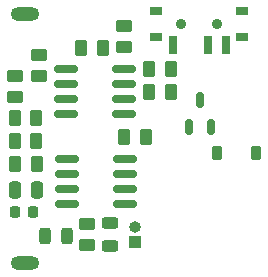
<source format=gbr>
%TF.GenerationSoftware,KiCad,Pcbnew,7.0.5*%
%TF.CreationDate,2023-06-29T16:53:02-03:00*%
%TF.ProjectId,HallCoinDetector,48616c6c-436f-4696-9e44-65746563746f,rev?*%
%TF.SameCoordinates,Original*%
%TF.FileFunction,Soldermask,Bot*%
%TF.FilePolarity,Negative*%
%FSLAX46Y46*%
G04 Gerber Fmt 4.6, Leading zero omitted, Abs format (unit mm)*
G04 Created by KiCad (PCBNEW 7.0.5) date 2023-06-29 16:53:02*
%MOMM*%
%LPD*%
G01*
G04 APERTURE LIST*
G04 Aperture macros list*
%AMRoundRect*
0 Rectangle with rounded corners*
0 $1 Rounding radius*
0 $2 $3 $4 $5 $6 $7 $8 $9 X,Y pos of 4 corners*
0 Add a 4 corners polygon primitive as box body*
4,1,4,$2,$3,$4,$5,$6,$7,$8,$9,$2,$3,0*
0 Add four circle primitives for the rounded corners*
1,1,$1+$1,$2,$3*
1,1,$1+$1,$4,$5*
1,1,$1+$1,$6,$7*
1,1,$1+$1,$8,$9*
0 Add four rect primitives between the rounded corners*
20,1,$1+$1,$2,$3,$4,$5,0*
20,1,$1+$1,$4,$5,$6,$7,0*
20,1,$1+$1,$6,$7,$8,$9,0*
20,1,$1+$1,$8,$9,$2,$3,0*%
G04 Aperture macros list end*
%ADD10O,1.000000X1.000000*%
%ADD11R,1.000000X1.000000*%
%ADD12RoundRect,0.243750X0.456250X-0.243750X0.456250X0.243750X-0.456250X0.243750X-0.456250X-0.243750X0*%
%ADD13RoundRect,0.243750X0.243750X0.456250X-0.243750X0.456250X-0.243750X-0.456250X0.243750X-0.456250X0*%
%ADD14O,2.400000X1.200000*%
%ADD15R,0.700000X1.500000*%
%ADD16R,1.000000X0.800000*%
%ADD17C,0.900000*%
%ADD18RoundRect,0.250000X0.450000X-0.262500X0.450000X0.262500X-0.450000X0.262500X-0.450000X-0.262500X0*%
%ADD19RoundRect,0.250000X0.262500X0.450000X-0.262500X0.450000X-0.262500X-0.450000X0.262500X-0.450000X0*%
%ADD20RoundRect,0.250000X-0.450000X0.262500X-0.450000X-0.262500X0.450000X-0.262500X0.450000X0.262500X0*%
%ADD21RoundRect,0.250000X-0.262500X-0.450000X0.262500X-0.450000X0.262500X0.450000X-0.262500X0.450000X0*%
%ADD22RoundRect,0.150000X0.825000X0.150000X-0.825000X0.150000X-0.825000X-0.150000X0.825000X-0.150000X0*%
%ADD23RoundRect,0.250000X0.250000X0.475000X-0.250000X0.475000X-0.250000X-0.475000X0.250000X-0.475000X0*%
%ADD24RoundRect,0.150000X0.150000X-0.512500X0.150000X0.512500X-0.150000X0.512500X-0.150000X-0.512500X0*%
%ADD25RoundRect,0.225000X0.225000X0.250000X-0.225000X0.250000X-0.225000X-0.250000X0.225000X-0.250000X0*%
%ADD26RoundRect,0.225000X0.225000X0.375000X-0.225000X0.375000X-0.225000X-0.375000X0.225000X-0.375000X0*%
%ADD27RoundRect,0.150000X-0.825000X-0.150000X0.825000X-0.150000X0.825000X0.150000X-0.825000X0.150000X0*%
G04 APERTURE END LIST*
D10*
%TO.C,M1*%
X167741600Y-120690400D03*
D11*
X167741600Y-121960400D03*
%TD*%
D12*
%TO.C,D2*%
X165608000Y-122247900D03*
X165608000Y-120372900D03*
%TD*%
D13*
%TO.C,D1*%
X161950400Y-121462800D03*
X160075400Y-121462800D03*
%TD*%
D14*
%TO.C,BT1*%
X158445200Y-102666800D03*
X158445200Y-123748800D03*
%TD*%
D15*
%TO.C,SW1*%
X175400400Y-105239600D03*
X173900400Y-105239600D03*
X170900400Y-105239600D03*
D16*
X176800400Y-104589600D03*
X176800400Y-102379600D03*
D17*
X174650400Y-103479600D03*
X171650400Y-103479600D03*
D16*
X169500400Y-104589600D03*
X169500400Y-102379600D03*
%TD*%
D18*
%TO.C,R13*%
X163677600Y-122222900D03*
X163677600Y-120397900D03*
%TD*%
D19*
%TO.C,R8*%
X170738800Y-109220000D03*
X168913800Y-109220000D03*
%TD*%
D20*
%TO.C,R6*%
X159562800Y-106072300D03*
X159562800Y-107897300D03*
%TD*%
D19*
%TO.C,R10*%
X159410400Y-115316000D03*
X157585400Y-115316000D03*
%TD*%
D18*
%TO.C,R5*%
X157530800Y-109675300D03*
X157530800Y-107850300D03*
%TD*%
D21*
%TO.C,r12*%
X166831000Y-113030000D03*
X168656000Y-113030000D03*
%TD*%
D22*
%TO.C,U1*%
X166878000Y-114909600D03*
X166878000Y-116179600D03*
X166878000Y-117449600D03*
X166878000Y-118719600D03*
X161928000Y-118719600D03*
X161928000Y-117449600D03*
X161928000Y-116179600D03*
X161928000Y-114909600D03*
%TD*%
D19*
%TO.C,R9*%
X159359600Y-113385600D03*
X157534600Y-113385600D03*
%TD*%
D23*
%TO.C,C5*%
X159461200Y-117551200D03*
X157561200Y-117551200D03*
%TD*%
D24*
%TO.C,U3*%
X173228000Y-109911300D03*
X172278000Y-112186300D03*
X174178000Y-112186300D03*
%TD*%
D25*
%TO.C,C4*%
X159105600Y-119380000D03*
X157555600Y-119380000D03*
%TD*%
D21*
%TO.C,R7*%
X168911900Y-107289600D03*
X170736900Y-107289600D03*
%TD*%
D26*
%TO.C,D3*%
X174676800Y-114401600D03*
X177976800Y-114401600D03*
%TD*%
D18*
%TO.C,R4*%
X166827200Y-105460800D03*
X166827200Y-103635800D03*
%TD*%
D21*
%TO.C,R11*%
X159359600Y-111455200D03*
X157534600Y-111455200D03*
%TD*%
%TO.C,R3*%
X163171500Y-105511600D03*
X164996500Y-105511600D03*
%TD*%
D27*
%TO.C,U4*%
X166827200Y-111099600D03*
X166827200Y-109829600D03*
X166827200Y-108559600D03*
X166827200Y-107289600D03*
X161877200Y-107289600D03*
X161877200Y-108559600D03*
X161877200Y-109829600D03*
X161877200Y-111099600D03*
%TD*%
M02*

</source>
